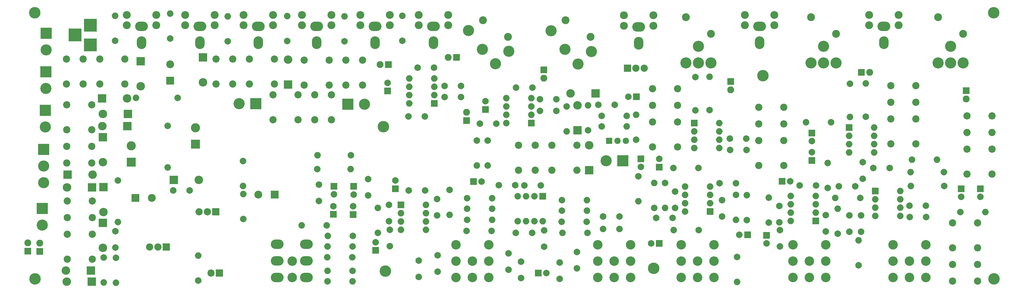
<source format=gbr>
G04 #@! TF.FileFunction,Soldermask,Bot*
%FSLAX46Y46*%
G04 Gerber Fmt 4.6, Leading zero omitted, Abs format (unit mm)*
G04 Created by KiCad (PCBNEW 4.0.7) date 06/12/21 10:13:34*
%MOMM*%
%LPD*%
G01*
G04 APERTURE LIST*
%ADD10C,0.100000*%
%ADD11C,2.000000*%
%ADD12O,2.000000X2.000000*%
%ADD13R,2.800000X2.800000*%
%ADD14C,2.800000*%
%ADD15R,2.600000X2.600000*%
%ADD16O,2.600000X2.600000*%
%ADD17R,2.000000X2.000000*%
%ADD18C,3.400000*%
%ADD19C,2.400000*%
%ADD20C,2.200000*%
%ADD21O,2.400000X2.400000*%
%ADD22O,3.900000X2.900000*%
%ADD23O,2.900000X3.900000*%
%ADD24R,2.200000X2.200000*%
%ADD25O,2.200000X2.200000*%
%ADD26R,3.400000X3.400000*%
%ADD27C,3.500000*%
%ADD28R,3.900000X3.900000*%
%ADD29C,2.900000*%
%ADD30R,2.100000X2.100000*%
%ADD31O,2.100000X2.100000*%
%ADD32R,2.400000X2.400000*%
%ADD33C,1.920000*%
%ADD34R,1.920000X1.920000*%
G04 APERTURE END LIST*
D10*
D11*
X281862000Y-115128000D03*
D12*
X281862000Y-107508000D03*
D13*
X79970000Y-78180000D03*
D14*
X79970000Y-73180000D03*
D15*
X82260000Y-51700000D03*
D16*
X82260000Y-59320000D03*
D17*
X128090000Y-91060000D03*
D11*
X128090000Y-93560000D03*
D18*
X196480000Y-53690000D03*
X192430000Y-49240000D03*
D19*
X192670000Y-40350000D03*
X200290000Y-45430000D03*
D18*
X200530000Y-49880000D03*
X188230000Y-43520000D03*
D11*
X107860000Y-46630000D03*
D12*
X107860000Y-39010000D03*
D15*
X59400000Y-68960000D03*
D16*
X51780000Y-68960000D03*
D15*
X48450000Y-91360000D03*
D16*
X40830000Y-91360000D03*
D20*
X314892000Y-79662000D03*
X314892000Y-69502000D03*
X314892000Y-74582000D03*
X322492000Y-74582000D03*
X322492000Y-79662000D03*
X322492000Y-69502000D03*
X314892000Y-87282000D03*
X322492000Y-87282000D03*
D21*
X76780000Y-41855000D03*
X85780000Y-41855000D03*
X76780000Y-38680000D03*
X85780000Y-38680000D03*
D22*
X81280000Y-42180000D03*
D23*
X81280000Y-47180000D03*
D24*
X86110000Y-98850000D03*
D25*
X83570000Y-98850000D03*
X81030000Y-98850000D03*
D20*
X120690000Y-52530000D03*
X130850000Y-52530000D03*
X125770000Y-52530000D03*
X125770000Y-60130000D03*
X120690000Y-60130000D03*
X130850000Y-60130000D03*
X113070000Y-52530000D03*
X113070000Y-60130000D03*
D21*
X59000000Y-41855000D03*
X68000000Y-41855000D03*
X59000000Y-38680000D03*
X68000000Y-38680000D03*
D22*
X63500000Y-42180000D03*
D23*
X63500000Y-47180000D03*
D18*
X171330000Y-53630000D03*
X167280000Y-49180000D03*
D19*
X167520000Y-40290000D03*
X175140000Y-45370000D03*
D18*
X175380000Y-49820000D03*
X163080000Y-43460000D03*
D17*
X236700000Y-98700000D03*
D12*
X229080000Y-91080000D03*
X236700000Y-96160000D03*
X229080000Y-93620000D03*
X236700000Y-93620000D03*
X229080000Y-96160000D03*
X236700000Y-91080000D03*
X229080000Y-98700000D03*
D11*
X312850000Y-98872000D03*
D12*
X320470000Y-98872000D03*
D17*
X286930000Y-92510000D03*
D12*
X294550000Y-100130000D03*
X286930000Y-95050000D03*
X294550000Y-97590000D03*
X286930000Y-97590000D03*
X294550000Y-95050000D03*
X286930000Y-100130000D03*
X294550000Y-92510000D03*
D11*
X165620000Y-77040000D03*
D12*
X165620000Y-84660000D03*
D20*
X111190000Y-63090000D03*
X121350000Y-63090000D03*
X116270000Y-63090000D03*
X116270000Y-70690000D03*
X111190000Y-70690000D03*
X121350000Y-70690000D03*
X103570000Y-63090000D03*
X103570000Y-70690000D03*
D11*
X132550000Y-93840000D03*
X132550000Y-88840000D03*
X117520000Y-95500000D03*
X117520000Y-90500000D03*
X172300000Y-90700000D03*
X177300000Y-90700000D03*
X147900000Y-118700000D03*
X147900000Y-113700000D03*
X179100000Y-119100000D03*
X179100000Y-114100000D03*
X153700000Y-112100000D03*
X153700000Y-117100000D03*
X175300000Y-111500000D03*
X175300000Y-116500000D03*
X190900000Y-119300000D03*
X190900000Y-114300000D03*
D15*
X48400000Y-120200000D03*
D16*
X40780000Y-120200000D03*
D15*
X51910000Y-91310000D03*
D16*
X51910000Y-98930000D03*
D15*
X51780000Y-76090000D03*
D16*
X51780000Y-83710000D03*
D15*
X48100000Y-116800000D03*
D16*
X40480000Y-116800000D03*
D15*
X40960000Y-87450000D03*
D16*
X48580000Y-87450000D03*
D15*
X51740000Y-102200000D03*
D16*
X51740000Y-109820000D03*
D15*
X73310000Y-89070000D03*
D16*
X80930000Y-89070000D03*
D15*
X59180000Y-72640000D03*
D16*
X51560000Y-72640000D03*
D26*
X33700000Y-79800000D03*
D18*
X33700000Y-84880000D03*
X33700000Y-89960000D03*
D26*
X33300000Y-97800000D03*
D18*
X33300000Y-102880000D03*
D11*
X127700000Y-112700000D03*
D12*
X120080000Y-112700000D03*
D11*
X55710000Y-112880000D03*
D12*
X55710000Y-120500000D03*
D11*
X94440000Y-83370000D03*
D12*
X94440000Y-90990000D03*
D11*
X51970000Y-112820000D03*
D12*
X51970000Y-120440000D03*
D11*
X94490000Y-101030000D03*
D12*
X94490000Y-93410000D03*
D11*
X127900000Y-106200000D03*
D12*
X120280000Y-106200000D03*
D11*
X157300000Y-92100000D03*
D12*
X157300000Y-99720000D03*
D11*
X135500000Y-97600000D03*
D12*
X135500000Y-105220000D03*
D11*
X168900000Y-77080000D03*
D12*
X168900000Y-84700000D03*
D11*
X80810000Y-119790000D03*
D12*
X80810000Y-112170000D03*
D11*
X162700000Y-101300000D03*
D12*
X170320000Y-101300000D03*
D11*
X199300000Y-105300000D03*
D12*
X191680000Y-105300000D03*
D11*
X162500000Y-104700000D03*
D12*
X170120000Y-104700000D03*
D11*
X199100000Y-101900000D03*
D12*
X191480000Y-101900000D03*
D11*
X162700000Y-97900000D03*
D12*
X170320000Y-97900000D03*
D11*
X191500000Y-98500000D03*
D12*
X199120000Y-98500000D03*
D11*
X191500000Y-95300000D03*
D12*
X199120000Y-95300000D03*
D11*
X254510000Y-102150000D03*
D12*
X254510000Y-94530000D03*
D11*
X275512000Y-105476000D03*
D12*
X275512000Y-97856000D03*
D11*
X247800000Y-101390000D03*
D12*
X247800000Y-93770000D03*
D11*
X219632000Y-97602000D03*
D12*
X219632000Y-89982000D03*
D20*
X40900000Y-105680000D03*
X40900000Y-95520000D03*
X40900000Y-100600000D03*
X48500000Y-100600000D03*
X48500000Y-105680000D03*
X48500000Y-95520000D03*
X40900000Y-113300000D03*
X48500000Y-113300000D03*
D24*
X71042000Y-109540000D03*
D25*
X68502000Y-109540000D03*
X65962000Y-109540000D03*
D11*
X204100000Y-104100000D03*
X209100000Y-104100000D03*
X186100000Y-104500000D03*
X186100000Y-109500000D03*
X139100000Y-109300000D03*
X139100000Y-104300000D03*
X196100000Y-116100000D03*
X196100000Y-111100000D03*
X204100000Y-100300000D03*
X209100000Y-100300000D03*
X185100000Y-90800000D03*
X180100000Y-90800000D03*
X182500000Y-105300000D03*
X177500000Y-105300000D03*
X268890000Y-90750000D03*
X263890000Y-90750000D03*
D26*
X34200000Y-67800000D03*
D18*
X34200000Y-72880000D03*
D11*
X244500000Y-93700000D03*
D12*
X244500000Y-101320000D03*
D11*
X222934000Y-89982000D03*
D12*
X222934000Y-97602000D03*
D11*
X298118000Y-82870000D03*
D12*
X305738000Y-82870000D03*
D11*
X272464000Y-91506000D03*
D12*
X272464000Y-83886000D03*
D11*
X214806000Y-87950000D03*
D12*
X214806000Y-95570000D03*
D11*
X273480000Y-71440000D03*
D12*
X265860000Y-71440000D03*
D11*
X233094000Y-85410000D03*
D12*
X225474000Y-85410000D03*
D11*
X257940000Y-109420000D03*
X257940000Y-104420000D03*
X257770000Y-102060000D03*
X257770000Y-97060000D03*
D27*
X323000000Y-38000000D03*
X31100000Y-119300000D03*
X31000000Y-38000000D03*
X323100000Y-119300000D03*
D11*
X153500000Y-94900000D03*
X153500000Y-99900000D03*
X138900000Y-96700000D03*
X138900000Y-101700000D03*
X282624000Y-99888000D03*
X282624000Y-104888000D03*
X279068000Y-99888000D03*
X279068000Y-104888000D03*
X280846000Y-90998000D03*
X275846000Y-90998000D03*
X239500000Y-90100000D03*
X244500000Y-90100000D03*
X225220000Y-100650000D03*
X220220000Y-100650000D03*
X225982000Y-97602000D03*
X225982000Y-92602000D03*
X240300000Y-100300000D03*
X240300000Y-95300000D03*
X283170000Y-88710000D03*
X283170000Y-83710000D03*
D15*
X51470000Y-64210000D03*
D16*
X59090000Y-64210000D03*
D24*
X87210000Y-117500000D03*
D20*
X84670000Y-117500000D03*
D15*
X199800000Y-86110000D03*
D16*
X199800000Y-78490000D03*
D15*
X108180000Y-59960000D03*
D16*
X108180000Y-52340000D03*
D18*
X233140000Y-53340000D03*
X236950000Y-53340000D03*
D19*
X229330000Y-39370000D03*
X236950000Y-44450000D03*
D18*
X229330000Y-53340000D03*
X233140000Y-48260000D03*
X271240000Y-53340000D03*
X275050000Y-53340000D03*
D19*
X267430000Y-39370000D03*
X275050000Y-44450000D03*
D18*
X267430000Y-53340000D03*
X271240000Y-48260000D03*
X309880000Y-53340000D03*
X313690000Y-53340000D03*
D19*
X306070000Y-39370000D03*
X313690000Y-44450000D03*
D18*
X306070000Y-53340000D03*
X309880000Y-48260000D03*
D28*
X47950000Y-47830000D03*
X47950000Y-41830000D03*
X43250000Y-44830000D03*
D26*
X34480000Y-44310000D03*
D18*
X34480000Y-49390000D03*
D26*
X34420000Y-56100000D03*
D18*
X34420000Y-61180000D03*
D11*
X74520000Y-64040000D03*
D12*
X61820000Y-64040000D03*
D11*
X162700000Y-94700000D03*
D12*
X170320000Y-94700000D03*
D11*
X142950000Y-46580000D03*
D12*
X142950000Y-38960000D03*
D11*
X72220000Y-45880000D03*
D12*
X72220000Y-38260000D03*
D11*
X125350000Y-46760000D03*
D12*
X125350000Y-39140000D03*
D11*
X55490000Y-46600000D03*
D12*
X55490000Y-38980000D03*
D11*
X89800000Y-46770000D03*
D12*
X89800000Y-39150000D03*
D20*
X48340000Y-73750000D03*
X48340000Y-83910000D03*
X48340000Y-78830000D03*
X40740000Y-78830000D03*
X40740000Y-73750000D03*
X40740000Y-83910000D03*
X48340000Y-66130000D03*
X40740000Y-66130000D03*
X188460000Y-86100000D03*
X178300000Y-86100000D03*
X183380000Y-86100000D03*
X183380000Y-78500000D03*
X188460000Y-78500000D03*
X178300000Y-78500000D03*
X196080000Y-86100000D03*
X196080000Y-78500000D03*
X96410000Y-59790000D03*
X86250000Y-59790000D03*
X91330000Y-59790000D03*
X91330000Y-52190000D03*
X96410000Y-52190000D03*
X86250000Y-52190000D03*
X104030000Y-59790000D03*
X104030000Y-52190000D03*
X50860000Y-59760000D03*
X40700000Y-59760000D03*
X45780000Y-59760000D03*
X45780000Y-52160000D03*
X50860000Y-52160000D03*
X40700000Y-52160000D03*
X58480000Y-59760000D03*
X58480000Y-52160000D03*
D29*
X164280000Y-118900000D03*
X159280000Y-118900000D03*
X169280000Y-118900000D03*
X169280000Y-113900000D03*
X164280000Y-113900000D03*
X159280000Y-113900000D03*
X169280000Y-108900000D03*
X159280000Y-108900000D03*
X207460000Y-118900000D03*
X202460000Y-118900000D03*
X212460000Y-118900000D03*
X212460000Y-113900000D03*
X207460000Y-113900000D03*
X202460000Y-113900000D03*
X212460000Y-108900000D03*
X202460000Y-108900000D03*
X232860000Y-118900000D03*
X227860000Y-118900000D03*
X237860000Y-118900000D03*
X237860000Y-113900000D03*
X232860000Y-113900000D03*
X227860000Y-113900000D03*
X237860000Y-108900000D03*
X227860000Y-108900000D03*
X297340000Y-118900000D03*
X292340000Y-118900000D03*
X302340000Y-118900000D03*
X302340000Y-113900000D03*
X297340000Y-113900000D03*
X292340000Y-113900000D03*
X302340000Y-108900000D03*
X292340000Y-108900000D03*
X266860000Y-118900000D03*
X261860000Y-118900000D03*
X271860000Y-118900000D03*
X271860000Y-113900000D03*
X266860000Y-113900000D03*
X261860000Y-113900000D03*
X271860000Y-108900000D03*
X261860000Y-108900000D03*
D26*
X210050000Y-83210000D03*
D18*
X204970000Y-83210000D03*
D26*
X126340000Y-65950000D03*
D18*
X131420000Y-65950000D03*
D26*
X98290000Y-65830000D03*
D18*
X93210000Y-65830000D03*
D11*
X149900000Y-92340000D03*
X144900000Y-92340000D03*
D17*
X140820000Y-91780000D03*
D11*
X140820000Y-89280000D03*
D17*
X184300000Y-117500000D03*
D11*
X186800000Y-117500000D03*
D17*
X134850000Y-110600000D03*
D11*
X134850000Y-108100000D03*
D17*
X248070000Y-105840000D03*
D11*
X245570000Y-105840000D03*
D17*
X221200000Y-108500000D03*
D11*
X218700000Y-108500000D03*
X302440000Y-100430000D03*
X297440000Y-100430000D03*
X291330000Y-85410000D03*
X286330000Y-85410000D03*
X302400000Y-97000000D03*
X297400000Y-97000000D03*
X247770000Y-79960000D03*
X242770000Y-79960000D03*
X247660000Y-76500000D03*
X242660000Y-76500000D03*
X307920000Y-90980000D03*
D12*
X297760000Y-90980000D03*
D11*
X236490000Y-67740000D03*
D12*
X236490000Y-57580000D03*
D11*
X284090000Y-69820000D03*
D12*
X284090000Y-59660000D03*
D11*
X307890000Y-86720000D03*
D12*
X297730000Y-86720000D03*
D11*
X279290000Y-59740000D03*
D12*
X279290000Y-69900000D03*
D11*
X232180000Y-57680000D03*
D12*
X232180000Y-67840000D03*
D17*
X142500000Y-96700000D03*
D12*
X150120000Y-104320000D03*
X142500000Y-99240000D03*
X150120000Y-101780000D03*
X142500000Y-101780000D03*
X150120000Y-99240000D03*
X142500000Y-104320000D03*
X150120000Y-96700000D03*
D17*
X185700000Y-94100000D03*
D12*
X178080000Y-101720000D03*
X183160000Y-94100000D03*
X180620000Y-101720000D03*
X180620000Y-94100000D03*
X183160000Y-101720000D03*
X178080000Y-94100000D03*
X185700000Y-101720000D03*
D17*
X268810000Y-101620000D03*
D12*
X261190000Y-94000000D03*
X268810000Y-99080000D03*
X261190000Y-96540000D03*
X268810000Y-96540000D03*
X261190000Y-99080000D03*
X268810000Y-94000000D03*
X261190000Y-101620000D03*
D17*
X231830000Y-71730000D03*
D12*
X239450000Y-79350000D03*
X231830000Y-74270000D03*
X239450000Y-76810000D03*
X231830000Y-76810000D03*
X239450000Y-74270000D03*
X231830000Y-79350000D03*
X239450000Y-71730000D03*
D17*
X279010000Y-73110000D03*
D12*
X286630000Y-80730000D03*
X279010000Y-75650000D03*
X286630000Y-78190000D03*
X279010000Y-78190000D03*
X286630000Y-75650000D03*
X279010000Y-80730000D03*
X286630000Y-73110000D03*
D27*
X252730000Y-57280000D03*
X219470000Y-116060000D03*
X137190000Y-72810000D03*
X137800000Y-116960000D03*
D11*
X120200000Y-120100000D03*
D12*
X127820000Y-120100000D03*
D11*
X127800000Y-116900000D03*
D12*
X120180000Y-116900000D03*
D11*
X147560000Y-54800000D03*
X152560000Y-54800000D03*
X177560000Y-60880000D03*
X182560000Y-60880000D03*
X166540000Y-71930000D03*
X171540000Y-71930000D03*
X149760000Y-69680000D03*
X144760000Y-69680000D03*
D17*
X138410000Y-61920000D03*
D11*
X138410000Y-59420000D03*
D17*
X168290000Y-67560000D03*
D11*
X168290000Y-65060000D03*
D30*
X138690000Y-53870000D03*
D31*
X136150000Y-53870000D03*
D30*
X162460000Y-70980000D03*
D31*
X162460000Y-68440000D03*
D17*
X152660000Y-65710000D03*
D12*
X145040000Y-58090000D03*
X152660000Y-63170000D03*
X145040000Y-60630000D03*
X152660000Y-60630000D03*
X145040000Y-63170000D03*
X152660000Y-58090000D03*
X145040000Y-65710000D03*
D17*
X182220000Y-71690000D03*
D12*
X174600000Y-64070000D03*
X182220000Y-69150000D03*
X174600000Y-66610000D03*
X182220000Y-66610000D03*
X174600000Y-69150000D03*
X182220000Y-64070000D03*
X174600000Y-71690000D03*
D17*
X121930000Y-99610000D03*
D11*
X121930000Y-97110000D03*
X155830000Y-63740000D03*
X160830000Y-63740000D03*
X184850000Y-67980000D03*
X189850000Y-67980000D03*
X160780000Y-60390000D03*
X155780000Y-60390000D03*
X189820000Y-64460000D03*
X184820000Y-64460000D03*
D17*
X122096000Y-90998000D03*
D11*
X122096000Y-93498000D03*
D17*
X127938000Y-99634000D03*
D11*
X127938000Y-97134000D03*
D29*
X109380000Y-118900000D03*
D22*
X104855000Y-118900000D03*
X113745000Y-118900000D03*
X113745000Y-113820000D03*
D29*
X109380000Y-113900000D03*
D22*
X104855000Y-113820000D03*
X113745000Y-108740000D03*
X104855000Y-108740000D03*
D21*
X247250000Y-41885000D03*
X256250000Y-41885000D03*
X247250000Y-38710000D03*
X256250000Y-38710000D03*
D22*
X251750000Y-42210000D03*
D23*
X251750000Y-47210000D03*
D21*
X210410000Y-41985000D03*
X219410000Y-41985000D03*
X210410000Y-38810000D03*
X219410000Y-38810000D03*
D22*
X214910000Y-42310000D03*
D23*
X214910000Y-47310000D03*
D21*
X130120000Y-41855000D03*
X139120000Y-41855000D03*
X130120000Y-38680000D03*
X139120000Y-38680000D03*
D22*
X134620000Y-42180000D03*
D23*
X134620000Y-47180000D03*
D21*
X147900000Y-41855000D03*
X156900000Y-41855000D03*
X147900000Y-38680000D03*
X156900000Y-38680000D03*
D22*
X152400000Y-42180000D03*
D23*
X152400000Y-47180000D03*
D21*
X94560000Y-41855000D03*
X103560000Y-41855000D03*
X94560000Y-38680000D03*
X103560000Y-38680000D03*
D22*
X99060000Y-42180000D03*
D23*
X99060000Y-47180000D03*
D21*
X112340000Y-41855000D03*
X121340000Y-41855000D03*
X112340000Y-38680000D03*
X121340000Y-38680000D03*
D22*
X116840000Y-42180000D03*
D23*
X116840000Y-47180000D03*
D21*
X285060000Y-41855000D03*
X294060000Y-41855000D03*
X285060000Y-38680000D03*
X294060000Y-38680000D03*
D22*
X289560000Y-42180000D03*
D23*
X289560000Y-47180000D03*
D11*
X127800000Y-109400000D03*
D12*
X120180000Y-109400000D03*
D11*
X119900000Y-103000000D03*
D12*
X112280000Y-103000000D03*
D11*
X233200000Y-104400000D03*
D12*
X225580000Y-104400000D03*
D11*
X244900000Y-112600000D03*
D12*
X244900000Y-120220000D03*
D32*
X61644000Y-94554000D03*
D19*
X66644000Y-94554000D03*
D32*
X104100000Y-93540000D03*
D19*
X99100000Y-93540000D03*
D15*
X201800000Y-62690000D03*
D16*
X194180000Y-62690000D03*
D33*
X208475000Y-77145000D03*
X211015000Y-77145000D03*
D34*
X205935000Y-77145000D03*
D11*
X199510000Y-73945000D03*
D12*
X199510000Y-66325000D03*
D11*
X192985000Y-66620000D03*
D12*
X192985000Y-74240000D03*
D15*
X196260000Y-73945000D03*
D16*
X196260000Y-66325000D03*
D24*
X211504000Y-54930000D03*
D25*
X214044000Y-54930000D03*
X216584000Y-54930000D03*
D20*
X318090000Y-109820000D03*
X318090000Y-119980000D03*
X318090000Y-114900000D03*
X310490000Y-114900000D03*
X310490000Y-109820000D03*
X310490000Y-119980000D03*
X318090000Y-102200000D03*
X310490000Y-102200000D03*
X219160000Y-71420000D03*
X219160000Y-61260000D03*
X219160000Y-66340000D03*
X226760000Y-66340000D03*
X226760000Y-71420000D03*
X226760000Y-61260000D03*
X219160000Y-79040000D03*
X226760000Y-79040000D03*
X251510000Y-77060000D03*
X251510000Y-66900000D03*
X251510000Y-71980000D03*
X259110000Y-71980000D03*
X259110000Y-77060000D03*
X259110000Y-66900000D03*
X251510000Y-84680000D03*
X259110000Y-84680000D03*
X291700000Y-70500000D03*
X291700000Y-60340000D03*
X291700000Y-65420000D03*
X299300000Y-65420000D03*
X299300000Y-70500000D03*
X299300000Y-60340000D03*
X291700000Y-78120000D03*
X299300000Y-78120000D03*
D11*
X214120000Y-76810000D03*
D12*
X214120000Y-69190000D03*
D15*
X63280000Y-52830000D03*
D16*
X63280000Y-60450000D03*
D11*
X55548000Y-104714000D03*
X55548000Y-109714000D03*
X73150000Y-92310000D03*
X78150000Y-92310000D03*
X56310000Y-89220000D03*
D12*
X56310000Y-101920000D03*
D11*
X71510000Y-72540000D03*
D12*
X71510000Y-85240000D03*
D13*
X60374000Y-83632000D03*
D14*
X60374000Y-78632000D03*
D17*
X164590000Y-89610000D03*
D11*
X167090000Y-89610000D03*
D17*
X253890000Y-106000000D03*
D11*
X253890000Y-108500000D03*
D17*
X258580000Y-89490000D03*
D11*
X261080000Y-89490000D03*
X203635000Y-69545000D03*
D12*
X211255000Y-69545000D03*
D11*
X202614000Y-66106000D03*
X207614000Y-66106000D03*
X203685000Y-72745000D03*
D12*
X211305000Y-72745000D03*
D32*
X72280000Y-58790000D03*
D19*
X72280000Y-53790000D03*
D17*
X214240000Y-63680000D03*
D11*
X211740000Y-63680000D03*
D30*
X28900000Y-110870000D03*
D31*
X28900000Y-108330000D03*
D30*
X32490000Y-110890000D03*
D31*
X32490000Y-108350000D03*
D30*
X314660000Y-61800000D03*
D31*
X314660000Y-64340000D03*
D30*
X242890000Y-59020000D03*
D31*
X242890000Y-61560000D03*
D30*
X282750000Y-56270000D03*
D31*
X285290000Y-56270000D03*
D30*
X186040000Y-55440000D03*
D31*
X186040000Y-57980000D03*
D30*
X159410000Y-51700000D03*
D31*
X156870000Y-51700000D03*
D11*
X117010000Y-85800000D03*
D12*
X127170000Y-85800000D03*
D11*
X127250000Y-81530000D03*
D12*
X117090000Y-81530000D03*
D11*
X282370000Y-94554000D03*
D12*
X274750000Y-94554000D03*
D17*
X313104000Y-91760000D03*
D11*
X313104000Y-94260000D03*
D17*
X318946000Y-91760000D03*
D11*
X318946000Y-94260000D03*
D17*
X267638000Y-83124000D03*
D11*
X267638000Y-80624000D03*
D17*
X267638000Y-74742000D03*
D11*
X267638000Y-77242000D03*
D17*
X221156000Y-85156000D03*
D11*
X221156000Y-82656000D03*
D17*
X215568000Y-82616000D03*
D11*
X215568000Y-85116000D03*
X271910000Y-104870000D03*
X271910000Y-99870000D03*
M02*

</source>
